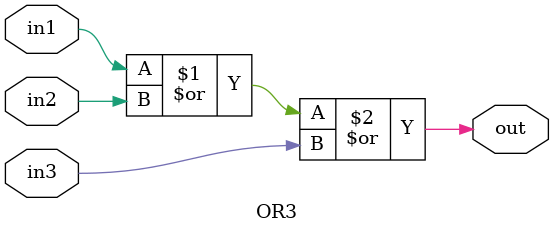
<source format=sv>
/* 3-input OR.
 *
 *
 * <script type="WaveDrom">
 * { assign:[
 *   ["out",
 *     ["|", "in1", "in2", "in3"]
 *   ]
 * ]}
 * </script>
 * 
 */
module OR3 #(
    parameter WIDTH = 1
)(
    input  wire [WIDTH-1:0] in1,
    input  wire [WIDTH-1:0] in2,
    input  wire [WIDTH-1:0] in3,
    output wire [WIDTH-1:0] out
);

    assign out = in1 | in2 | in3;

endmodule

</source>
